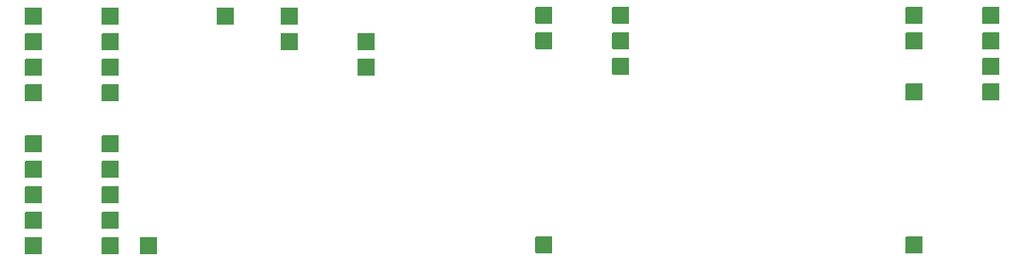
<source format=gbs>
G04 #@! TF.GenerationSoftware,KiCad,Pcbnew,(5.1.2-1)-1*
G04 #@! TF.CreationDate,2019-06-02T15:15:07+01:00*
G04 #@! TF.ProjectId,DRAM Board,4452414d-2042-46f6-9172-642e6b696361,rev?*
G04 #@! TF.SameCoordinates,Original*
G04 #@! TF.FileFunction,Soldermask,Bot*
G04 #@! TF.FilePolarity,Negative*
%FSLAX46Y46*%
G04 Gerber Fmt 4.6, Leading zero omitted, Abs format (unit mm)*
G04 Created by KiCad (PCBNEW (5.1.2-1)-1) date 2019-06-02 15:15:07*
%MOMM*%
%LPD*%
G04 APERTURE LIST*
%ADD10C,0.100000*%
G04 APERTURE END LIST*
D10*
G36*
X151377099Y-96497379D02*
G01*
X151399306Y-96504116D01*
X151419778Y-96515058D01*
X151437718Y-96529782D01*
X151452442Y-96547722D01*
X151463384Y-96568194D01*
X151470121Y-96590401D01*
X151473000Y-96619638D01*
X151473000Y-98071362D01*
X151470121Y-98100599D01*
X151463384Y-98122806D01*
X151452442Y-98143278D01*
X151437718Y-98161218D01*
X151419778Y-98175942D01*
X151399306Y-98186884D01*
X151377099Y-98193621D01*
X151347862Y-98196500D01*
X149896138Y-98196500D01*
X149866901Y-98193621D01*
X149844694Y-98186884D01*
X149824222Y-98175942D01*
X149806282Y-98161218D01*
X149791558Y-98143278D01*
X149780616Y-98122806D01*
X149773879Y-98100599D01*
X149771000Y-98071362D01*
X149771000Y-96619638D01*
X149773879Y-96590401D01*
X149780616Y-96568194D01*
X149791558Y-96547722D01*
X149806282Y-96529782D01*
X149824222Y-96515058D01*
X149844694Y-96504116D01*
X149866901Y-96497379D01*
X149896138Y-96494500D01*
X151347862Y-96494500D01*
X151377099Y-96497379D01*
X151377099Y-96497379D01*
G37*
G36*
X143757099Y-96484679D02*
G01*
X143779306Y-96491416D01*
X143799778Y-96502358D01*
X143817718Y-96517082D01*
X143832442Y-96535022D01*
X143843384Y-96555494D01*
X143850121Y-96577701D01*
X143853000Y-96606938D01*
X143853000Y-98058662D01*
X143850121Y-98087899D01*
X143843384Y-98110106D01*
X143832442Y-98130578D01*
X143817718Y-98148518D01*
X143799778Y-98163242D01*
X143779306Y-98174184D01*
X143757099Y-98180921D01*
X143727862Y-98183800D01*
X142276138Y-98183800D01*
X142246901Y-98180921D01*
X142224694Y-98174184D01*
X142204222Y-98163242D01*
X142186282Y-98148518D01*
X142171558Y-98130578D01*
X142160616Y-98110106D01*
X142153879Y-98087899D01*
X142151000Y-98058662D01*
X142151000Y-96606938D01*
X142153879Y-96577701D01*
X142160616Y-96555494D01*
X142171558Y-96535022D01*
X142186282Y-96517082D01*
X142204222Y-96502358D01*
X142224694Y-96491416D01*
X142246901Y-96484679D01*
X142276138Y-96481800D01*
X143727862Y-96481800D01*
X143757099Y-96484679D01*
X143757099Y-96484679D01*
G37*
G36*
X155187099Y-96484679D02*
G01*
X155209306Y-96491416D01*
X155229778Y-96502358D01*
X155247718Y-96517082D01*
X155262442Y-96535022D01*
X155273384Y-96555494D01*
X155280121Y-96577701D01*
X155283000Y-96606938D01*
X155283000Y-98058662D01*
X155280121Y-98087899D01*
X155273384Y-98110106D01*
X155262442Y-98130578D01*
X155247718Y-98148518D01*
X155229778Y-98163242D01*
X155209306Y-98174184D01*
X155187099Y-98180921D01*
X155157862Y-98183800D01*
X153706138Y-98183800D01*
X153676901Y-98180921D01*
X153654694Y-98174184D01*
X153634222Y-98163242D01*
X153616282Y-98148518D01*
X153601558Y-98130578D01*
X153590616Y-98110106D01*
X153583879Y-98087899D01*
X153581000Y-98058662D01*
X153581000Y-96606938D01*
X153583879Y-96577701D01*
X153590616Y-96555494D01*
X153601558Y-96535022D01*
X153616282Y-96517082D01*
X153634222Y-96502358D01*
X153654694Y-96491416D01*
X153676901Y-96484679D01*
X153706138Y-96481800D01*
X155157862Y-96481800D01*
X155187099Y-96484679D01*
X155187099Y-96484679D01*
G37*
G36*
X231133099Y-96433879D02*
G01*
X231155306Y-96440616D01*
X231175778Y-96451558D01*
X231193718Y-96466282D01*
X231208442Y-96484222D01*
X231219384Y-96504694D01*
X231226121Y-96526901D01*
X231229000Y-96556138D01*
X231229000Y-98007862D01*
X231226121Y-98037099D01*
X231219384Y-98059306D01*
X231208442Y-98079778D01*
X231193718Y-98097718D01*
X231175778Y-98112442D01*
X231155306Y-98123384D01*
X231133099Y-98130121D01*
X231103862Y-98133000D01*
X229652138Y-98133000D01*
X229622901Y-98130121D01*
X229600694Y-98123384D01*
X229580222Y-98112442D01*
X229562282Y-98097718D01*
X229547558Y-98079778D01*
X229536616Y-98059306D01*
X229529879Y-98037099D01*
X229527000Y-98007862D01*
X229527000Y-96556138D01*
X229529879Y-96526901D01*
X229536616Y-96504694D01*
X229547558Y-96484222D01*
X229562282Y-96466282D01*
X229580222Y-96451558D01*
X229600694Y-96440616D01*
X229622901Y-96433879D01*
X229652138Y-96431000D01*
X231103862Y-96431000D01*
X231133099Y-96433879D01*
X231133099Y-96433879D01*
G37*
G36*
X194405099Y-96408479D02*
G01*
X194427306Y-96415216D01*
X194447778Y-96426158D01*
X194465718Y-96440882D01*
X194480442Y-96458822D01*
X194491384Y-96479294D01*
X194498121Y-96501501D01*
X194501000Y-96530738D01*
X194501000Y-97982462D01*
X194498121Y-98011699D01*
X194491384Y-98033906D01*
X194480442Y-98054378D01*
X194465718Y-98072318D01*
X194447778Y-98087042D01*
X194427306Y-98097984D01*
X194405099Y-98104721D01*
X194375862Y-98107600D01*
X192924138Y-98107600D01*
X192894901Y-98104721D01*
X192872694Y-98097984D01*
X192852222Y-98087042D01*
X192834282Y-98072318D01*
X192819558Y-98054378D01*
X192808616Y-98033906D01*
X192801879Y-98011699D01*
X192799000Y-97982462D01*
X192799000Y-96530738D01*
X192801879Y-96501501D01*
X192808616Y-96479294D01*
X192819558Y-96458822D01*
X192834282Y-96440882D01*
X192852222Y-96426158D01*
X192872694Y-96415216D01*
X192894901Y-96408479D01*
X192924138Y-96405600D01*
X194375862Y-96405600D01*
X194405099Y-96408479D01*
X194405099Y-96408479D01*
G37*
G36*
X143757099Y-93957379D02*
G01*
X143779306Y-93964116D01*
X143799778Y-93975058D01*
X143817718Y-93989782D01*
X143832442Y-94007722D01*
X143843384Y-94028194D01*
X143850121Y-94050401D01*
X143853000Y-94079638D01*
X143853000Y-95531362D01*
X143850121Y-95560599D01*
X143843384Y-95582806D01*
X143832442Y-95603278D01*
X143817718Y-95621218D01*
X143799778Y-95635942D01*
X143779306Y-95646884D01*
X143757099Y-95653621D01*
X143727862Y-95656500D01*
X142276138Y-95656500D01*
X142246901Y-95653621D01*
X142224694Y-95646884D01*
X142204222Y-95635942D01*
X142186282Y-95621218D01*
X142171558Y-95603278D01*
X142160616Y-95582806D01*
X142153879Y-95560599D01*
X142151000Y-95531362D01*
X142151000Y-94079638D01*
X142153879Y-94050401D01*
X142160616Y-94028194D01*
X142171558Y-94007722D01*
X142186282Y-93989782D01*
X142204222Y-93975058D01*
X142224694Y-93964116D01*
X142246901Y-93957379D01*
X142276138Y-93954500D01*
X143727862Y-93954500D01*
X143757099Y-93957379D01*
X143757099Y-93957379D01*
G37*
G36*
X151377099Y-93957379D02*
G01*
X151399306Y-93964116D01*
X151419778Y-93975058D01*
X151437718Y-93989782D01*
X151452442Y-94007722D01*
X151463384Y-94028194D01*
X151470121Y-94050401D01*
X151473000Y-94079638D01*
X151473000Y-95531362D01*
X151470121Y-95560599D01*
X151463384Y-95582806D01*
X151452442Y-95603278D01*
X151437718Y-95621218D01*
X151419778Y-95635942D01*
X151399306Y-95646884D01*
X151377099Y-95653621D01*
X151347862Y-95656500D01*
X149896138Y-95656500D01*
X149866901Y-95653621D01*
X149844694Y-95646884D01*
X149824222Y-95635942D01*
X149806282Y-95621218D01*
X149791558Y-95603278D01*
X149780616Y-95582806D01*
X149773879Y-95560599D01*
X149771000Y-95531362D01*
X149771000Y-94079638D01*
X149773879Y-94050401D01*
X149780616Y-94028194D01*
X149791558Y-94007722D01*
X149806282Y-93989782D01*
X149824222Y-93975058D01*
X149844694Y-93964116D01*
X149866901Y-93957379D01*
X149896138Y-93954500D01*
X151347862Y-93954500D01*
X151377099Y-93957379D01*
X151377099Y-93957379D01*
G37*
G36*
X151377099Y-91417379D02*
G01*
X151399306Y-91424116D01*
X151419778Y-91435058D01*
X151437718Y-91449782D01*
X151452442Y-91467722D01*
X151463384Y-91488194D01*
X151470121Y-91510401D01*
X151473000Y-91539638D01*
X151473000Y-92991362D01*
X151470121Y-93020599D01*
X151463384Y-93042806D01*
X151452442Y-93063278D01*
X151437718Y-93081218D01*
X151419778Y-93095942D01*
X151399306Y-93106884D01*
X151377099Y-93113621D01*
X151347862Y-93116500D01*
X149896138Y-93116500D01*
X149866901Y-93113621D01*
X149844694Y-93106884D01*
X149824222Y-93095942D01*
X149806282Y-93081218D01*
X149791558Y-93063278D01*
X149780616Y-93042806D01*
X149773879Y-93020599D01*
X149771000Y-92991362D01*
X149771000Y-91539638D01*
X149773879Y-91510401D01*
X149780616Y-91488194D01*
X149791558Y-91467722D01*
X149806282Y-91449782D01*
X149824222Y-91435058D01*
X149844694Y-91424116D01*
X149866901Y-91417379D01*
X149896138Y-91414500D01*
X151347862Y-91414500D01*
X151377099Y-91417379D01*
X151377099Y-91417379D01*
G37*
G36*
X143757099Y-91417379D02*
G01*
X143779306Y-91424116D01*
X143799778Y-91435058D01*
X143817718Y-91449782D01*
X143832442Y-91467722D01*
X143843384Y-91488194D01*
X143850121Y-91510401D01*
X143853000Y-91539638D01*
X143853000Y-92991362D01*
X143850121Y-93020599D01*
X143843384Y-93042806D01*
X143832442Y-93063278D01*
X143817718Y-93081218D01*
X143799778Y-93095942D01*
X143779306Y-93106884D01*
X143757099Y-93113621D01*
X143727862Y-93116500D01*
X142276138Y-93116500D01*
X142246901Y-93113621D01*
X142224694Y-93106884D01*
X142204222Y-93095942D01*
X142186282Y-93081218D01*
X142171558Y-93063278D01*
X142160616Y-93042806D01*
X142153879Y-93020599D01*
X142151000Y-92991362D01*
X142151000Y-91539638D01*
X142153879Y-91510401D01*
X142160616Y-91488194D01*
X142171558Y-91467722D01*
X142186282Y-91449782D01*
X142204222Y-91435058D01*
X142224694Y-91424116D01*
X142246901Y-91417379D01*
X142276138Y-91414500D01*
X143727862Y-91414500D01*
X143757099Y-91417379D01*
X143757099Y-91417379D01*
G37*
G36*
X151377099Y-88877379D02*
G01*
X151399306Y-88884116D01*
X151419778Y-88895058D01*
X151437718Y-88909782D01*
X151452442Y-88927722D01*
X151463384Y-88948194D01*
X151470121Y-88970401D01*
X151473000Y-88999638D01*
X151473000Y-90451362D01*
X151470121Y-90480599D01*
X151463384Y-90502806D01*
X151452442Y-90523278D01*
X151437718Y-90541218D01*
X151419778Y-90555942D01*
X151399306Y-90566884D01*
X151377099Y-90573621D01*
X151347862Y-90576500D01*
X149896138Y-90576500D01*
X149866901Y-90573621D01*
X149844694Y-90566884D01*
X149824222Y-90555942D01*
X149806282Y-90541218D01*
X149791558Y-90523278D01*
X149780616Y-90502806D01*
X149773879Y-90480599D01*
X149771000Y-90451362D01*
X149771000Y-88999638D01*
X149773879Y-88970401D01*
X149780616Y-88948194D01*
X149791558Y-88927722D01*
X149806282Y-88909782D01*
X149824222Y-88895058D01*
X149844694Y-88884116D01*
X149866901Y-88877379D01*
X149896138Y-88874500D01*
X151347862Y-88874500D01*
X151377099Y-88877379D01*
X151377099Y-88877379D01*
G37*
G36*
X143757099Y-88877379D02*
G01*
X143779306Y-88884116D01*
X143799778Y-88895058D01*
X143817718Y-88909782D01*
X143832442Y-88927722D01*
X143843384Y-88948194D01*
X143850121Y-88970401D01*
X143853000Y-88999638D01*
X143853000Y-90451362D01*
X143850121Y-90480599D01*
X143843384Y-90502806D01*
X143832442Y-90523278D01*
X143817718Y-90541218D01*
X143799778Y-90555942D01*
X143779306Y-90566884D01*
X143757099Y-90573621D01*
X143727862Y-90576500D01*
X142276138Y-90576500D01*
X142246901Y-90573621D01*
X142224694Y-90566884D01*
X142204222Y-90555942D01*
X142186282Y-90541218D01*
X142171558Y-90523278D01*
X142160616Y-90502806D01*
X142153879Y-90480599D01*
X142151000Y-90451362D01*
X142151000Y-88999638D01*
X142153879Y-88970401D01*
X142160616Y-88948194D01*
X142171558Y-88927722D01*
X142186282Y-88909782D01*
X142204222Y-88895058D01*
X142224694Y-88884116D01*
X142246901Y-88877379D01*
X142276138Y-88874500D01*
X143727862Y-88874500D01*
X143757099Y-88877379D01*
X143757099Y-88877379D01*
G37*
G36*
X151377099Y-86337379D02*
G01*
X151399306Y-86344116D01*
X151419778Y-86355058D01*
X151437718Y-86369782D01*
X151452442Y-86387722D01*
X151463384Y-86408194D01*
X151470121Y-86430401D01*
X151473000Y-86459638D01*
X151473000Y-87911362D01*
X151470121Y-87940599D01*
X151463384Y-87962806D01*
X151452442Y-87983278D01*
X151437718Y-88001218D01*
X151419778Y-88015942D01*
X151399306Y-88026884D01*
X151377099Y-88033621D01*
X151347862Y-88036500D01*
X149896138Y-88036500D01*
X149866901Y-88033621D01*
X149844694Y-88026884D01*
X149824222Y-88015942D01*
X149806282Y-88001218D01*
X149791558Y-87983278D01*
X149780616Y-87962806D01*
X149773879Y-87940599D01*
X149771000Y-87911362D01*
X149771000Y-86459638D01*
X149773879Y-86430401D01*
X149780616Y-86408194D01*
X149791558Y-86387722D01*
X149806282Y-86369782D01*
X149824222Y-86355058D01*
X149844694Y-86344116D01*
X149866901Y-86337379D01*
X149896138Y-86334500D01*
X151347862Y-86334500D01*
X151377099Y-86337379D01*
X151377099Y-86337379D01*
G37*
G36*
X143757099Y-86337379D02*
G01*
X143779306Y-86344116D01*
X143799778Y-86355058D01*
X143817718Y-86369782D01*
X143832442Y-86387722D01*
X143843384Y-86408194D01*
X143850121Y-86430401D01*
X143853000Y-86459638D01*
X143853000Y-87911362D01*
X143850121Y-87940599D01*
X143843384Y-87962806D01*
X143832442Y-87983278D01*
X143817718Y-88001218D01*
X143799778Y-88015942D01*
X143779306Y-88026884D01*
X143757099Y-88033621D01*
X143727862Y-88036500D01*
X142276138Y-88036500D01*
X142246901Y-88033621D01*
X142224694Y-88026884D01*
X142204222Y-88015942D01*
X142186282Y-88001218D01*
X142171558Y-87983278D01*
X142160616Y-87962806D01*
X142153879Y-87940599D01*
X142151000Y-87911362D01*
X142151000Y-86459638D01*
X142153879Y-86430401D01*
X142160616Y-86408194D01*
X142171558Y-86387722D01*
X142186282Y-86369782D01*
X142204222Y-86355058D01*
X142224694Y-86344116D01*
X142246901Y-86337379D01*
X142276138Y-86334500D01*
X143727862Y-86334500D01*
X143757099Y-86337379D01*
X143757099Y-86337379D01*
G37*
G36*
X151377099Y-81257379D02*
G01*
X151399306Y-81264116D01*
X151419778Y-81275058D01*
X151437718Y-81289782D01*
X151452442Y-81307722D01*
X151463384Y-81328194D01*
X151470121Y-81350401D01*
X151473000Y-81379638D01*
X151473000Y-82831362D01*
X151470121Y-82860599D01*
X151463384Y-82882806D01*
X151452442Y-82903278D01*
X151437718Y-82921218D01*
X151419778Y-82935942D01*
X151399306Y-82946884D01*
X151377099Y-82953621D01*
X151347862Y-82956500D01*
X149896138Y-82956500D01*
X149866901Y-82953621D01*
X149844694Y-82946884D01*
X149824222Y-82935942D01*
X149806282Y-82921218D01*
X149791558Y-82903278D01*
X149780616Y-82882806D01*
X149773879Y-82860599D01*
X149771000Y-82831362D01*
X149771000Y-81379638D01*
X149773879Y-81350401D01*
X149780616Y-81328194D01*
X149791558Y-81307722D01*
X149806282Y-81289782D01*
X149824222Y-81275058D01*
X149844694Y-81264116D01*
X149866901Y-81257379D01*
X149896138Y-81254500D01*
X151347862Y-81254500D01*
X151377099Y-81257379D01*
X151377099Y-81257379D01*
G37*
G36*
X143757099Y-81257379D02*
G01*
X143779306Y-81264116D01*
X143799778Y-81275058D01*
X143817718Y-81289782D01*
X143832442Y-81307722D01*
X143843384Y-81328194D01*
X143850121Y-81350401D01*
X143853000Y-81379638D01*
X143853000Y-82831362D01*
X143850121Y-82860599D01*
X143843384Y-82882806D01*
X143832442Y-82903278D01*
X143817718Y-82921218D01*
X143799778Y-82935942D01*
X143779306Y-82946884D01*
X143757099Y-82953621D01*
X143727862Y-82956500D01*
X142276138Y-82956500D01*
X142246901Y-82953621D01*
X142224694Y-82946884D01*
X142204222Y-82935942D01*
X142186282Y-82921218D01*
X142171558Y-82903278D01*
X142160616Y-82882806D01*
X142153879Y-82860599D01*
X142151000Y-82831362D01*
X142151000Y-81379638D01*
X142153879Y-81350401D01*
X142160616Y-81328194D01*
X142171558Y-81307722D01*
X142186282Y-81289782D01*
X142204222Y-81275058D01*
X142224694Y-81264116D01*
X142246901Y-81257379D01*
X142276138Y-81254500D01*
X143727862Y-81254500D01*
X143757099Y-81257379D01*
X143757099Y-81257379D01*
G37*
G36*
X238753099Y-81193879D02*
G01*
X238775306Y-81200616D01*
X238795778Y-81211558D01*
X238813718Y-81226282D01*
X238828442Y-81244222D01*
X238839384Y-81264694D01*
X238846121Y-81286901D01*
X238849000Y-81316138D01*
X238849000Y-82767862D01*
X238846121Y-82797099D01*
X238839384Y-82819306D01*
X238828442Y-82839778D01*
X238813718Y-82857718D01*
X238795778Y-82872442D01*
X238775306Y-82883384D01*
X238753099Y-82890121D01*
X238723862Y-82893000D01*
X237272138Y-82893000D01*
X237242901Y-82890121D01*
X237220694Y-82883384D01*
X237200222Y-82872442D01*
X237182282Y-82857718D01*
X237167558Y-82839778D01*
X237156616Y-82819306D01*
X237149879Y-82797099D01*
X237147000Y-82767862D01*
X237147000Y-81316138D01*
X237149879Y-81286901D01*
X237156616Y-81264694D01*
X237167558Y-81244222D01*
X237182282Y-81226282D01*
X237200222Y-81211558D01*
X237220694Y-81200616D01*
X237242901Y-81193879D01*
X237272138Y-81191000D01*
X238723862Y-81191000D01*
X238753099Y-81193879D01*
X238753099Y-81193879D01*
G37*
G36*
X231133099Y-81193879D02*
G01*
X231155306Y-81200616D01*
X231175778Y-81211558D01*
X231193718Y-81226282D01*
X231208442Y-81244222D01*
X231219384Y-81264694D01*
X231226121Y-81286901D01*
X231229000Y-81316138D01*
X231229000Y-82767862D01*
X231226121Y-82797099D01*
X231219384Y-82819306D01*
X231208442Y-82839778D01*
X231193718Y-82857718D01*
X231175778Y-82872442D01*
X231155306Y-82883384D01*
X231133099Y-82890121D01*
X231103862Y-82893000D01*
X229652138Y-82893000D01*
X229622901Y-82890121D01*
X229600694Y-82883384D01*
X229580222Y-82872442D01*
X229562282Y-82857718D01*
X229547558Y-82839778D01*
X229536616Y-82819306D01*
X229529879Y-82797099D01*
X229527000Y-82767862D01*
X229527000Y-81316138D01*
X229529879Y-81286901D01*
X229536616Y-81264694D01*
X229547558Y-81244222D01*
X229562282Y-81226282D01*
X229580222Y-81211558D01*
X229600694Y-81200616D01*
X229622901Y-81193879D01*
X229652138Y-81191000D01*
X231103862Y-81191000D01*
X231133099Y-81193879D01*
X231133099Y-81193879D01*
G37*
G36*
X151377099Y-78717379D02*
G01*
X151399306Y-78724116D01*
X151419778Y-78735058D01*
X151437718Y-78749782D01*
X151452442Y-78767722D01*
X151463384Y-78788194D01*
X151470121Y-78810401D01*
X151473000Y-78839638D01*
X151473000Y-80291362D01*
X151470121Y-80320599D01*
X151463384Y-80342806D01*
X151452442Y-80363278D01*
X151437718Y-80381218D01*
X151419778Y-80395942D01*
X151399306Y-80406884D01*
X151377099Y-80413621D01*
X151347862Y-80416500D01*
X149896138Y-80416500D01*
X149866901Y-80413621D01*
X149844694Y-80406884D01*
X149824222Y-80395942D01*
X149806282Y-80381218D01*
X149791558Y-80363278D01*
X149780616Y-80342806D01*
X149773879Y-80320599D01*
X149771000Y-80291362D01*
X149771000Y-78839638D01*
X149773879Y-78810401D01*
X149780616Y-78788194D01*
X149791558Y-78767722D01*
X149806282Y-78749782D01*
X149824222Y-78735058D01*
X149844694Y-78724116D01*
X149866901Y-78717379D01*
X149896138Y-78714500D01*
X151347862Y-78714500D01*
X151377099Y-78717379D01*
X151377099Y-78717379D01*
G37*
G36*
X143757099Y-78717379D02*
G01*
X143779306Y-78724116D01*
X143799778Y-78735058D01*
X143817718Y-78749782D01*
X143832442Y-78767722D01*
X143843384Y-78788194D01*
X143850121Y-78810401D01*
X143853000Y-78839638D01*
X143853000Y-80291362D01*
X143850121Y-80320599D01*
X143843384Y-80342806D01*
X143832442Y-80363278D01*
X143817718Y-80381218D01*
X143799778Y-80395942D01*
X143779306Y-80406884D01*
X143757099Y-80413621D01*
X143727862Y-80416500D01*
X142276138Y-80416500D01*
X142246901Y-80413621D01*
X142224694Y-80406884D01*
X142204222Y-80395942D01*
X142186282Y-80381218D01*
X142171558Y-80363278D01*
X142160616Y-80342806D01*
X142153879Y-80320599D01*
X142151000Y-80291362D01*
X142151000Y-78839638D01*
X142153879Y-78810401D01*
X142160616Y-78788194D01*
X142171558Y-78767722D01*
X142186282Y-78749782D01*
X142204222Y-78735058D01*
X142224694Y-78724116D01*
X142246901Y-78717379D01*
X142276138Y-78714500D01*
X143727862Y-78714500D01*
X143757099Y-78717379D01*
X143757099Y-78717379D01*
G37*
G36*
X176777099Y-78704679D02*
G01*
X176799306Y-78711416D01*
X176819778Y-78722358D01*
X176837718Y-78737082D01*
X176852442Y-78755022D01*
X176863384Y-78775494D01*
X176870121Y-78797701D01*
X176873000Y-78826938D01*
X176873000Y-80278662D01*
X176870121Y-80307899D01*
X176863384Y-80330106D01*
X176852442Y-80350578D01*
X176837718Y-80368518D01*
X176819778Y-80383242D01*
X176799306Y-80394184D01*
X176777099Y-80400921D01*
X176747862Y-80403800D01*
X175296138Y-80403800D01*
X175266901Y-80400921D01*
X175244694Y-80394184D01*
X175224222Y-80383242D01*
X175206282Y-80368518D01*
X175191558Y-80350578D01*
X175180616Y-80330106D01*
X175173879Y-80307899D01*
X175171000Y-80278662D01*
X175171000Y-78826938D01*
X175173879Y-78797701D01*
X175180616Y-78775494D01*
X175191558Y-78755022D01*
X175206282Y-78737082D01*
X175224222Y-78722358D01*
X175244694Y-78711416D01*
X175266901Y-78704679D01*
X175296138Y-78701800D01*
X176747862Y-78701800D01*
X176777099Y-78704679D01*
X176777099Y-78704679D01*
G37*
G36*
X238753099Y-78653879D02*
G01*
X238775306Y-78660616D01*
X238795778Y-78671558D01*
X238813718Y-78686282D01*
X238828442Y-78704222D01*
X238839384Y-78724694D01*
X238846121Y-78746901D01*
X238849000Y-78776138D01*
X238849000Y-80227862D01*
X238846121Y-80257099D01*
X238839384Y-80279306D01*
X238828442Y-80299778D01*
X238813718Y-80317718D01*
X238795778Y-80332442D01*
X238775306Y-80343384D01*
X238753099Y-80350121D01*
X238723862Y-80353000D01*
X237272138Y-80353000D01*
X237242901Y-80350121D01*
X237220694Y-80343384D01*
X237200222Y-80332442D01*
X237182282Y-80317718D01*
X237167558Y-80299778D01*
X237156616Y-80279306D01*
X237149879Y-80257099D01*
X237147000Y-80227862D01*
X237147000Y-78776138D01*
X237149879Y-78746901D01*
X237156616Y-78724694D01*
X237167558Y-78704222D01*
X237182282Y-78686282D01*
X237200222Y-78671558D01*
X237220694Y-78660616D01*
X237242901Y-78653879D01*
X237272138Y-78651000D01*
X238723862Y-78651000D01*
X238753099Y-78653879D01*
X238753099Y-78653879D01*
G37*
G36*
X202025099Y-78628479D02*
G01*
X202047306Y-78635216D01*
X202067778Y-78646158D01*
X202085718Y-78660882D01*
X202100442Y-78678822D01*
X202111384Y-78699294D01*
X202118121Y-78721501D01*
X202121000Y-78750738D01*
X202121000Y-80202462D01*
X202118121Y-80231699D01*
X202111384Y-80253906D01*
X202100442Y-80274378D01*
X202085718Y-80292318D01*
X202067778Y-80307042D01*
X202047306Y-80317984D01*
X202025099Y-80324721D01*
X201995862Y-80327600D01*
X200544138Y-80327600D01*
X200514901Y-80324721D01*
X200492694Y-80317984D01*
X200472222Y-80307042D01*
X200454282Y-80292318D01*
X200439558Y-80274378D01*
X200428616Y-80253906D01*
X200421879Y-80231699D01*
X200419000Y-80202462D01*
X200419000Y-78750738D01*
X200421879Y-78721501D01*
X200428616Y-78699294D01*
X200439558Y-78678822D01*
X200454282Y-78660882D01*
X200472222Y-78646158D01*
X200492694Y-78635216D01*
X200514901Y-78628479D01*
X200544138Y-78625600D01*
X201995862Y-78625600D01*
X202025099Y-78628479D01*
X202025099Y-78628479D01*
G37*
G36*
X151377099Y-76177379D02*
G01*
X151399306Y-76184116D01*
X151419778Y-76195058D01*
X151437718Y-76209782D01*
X151452442Y-76227722D01*
X151463384Y-76248194D01*
X151470121Y-76270401D01*
X151473000Y-76299638D01*
X151473000Y-77751362D01*
X151470121Y-77780599D01*
X151463384Y-77802806D01*
X151452442Y-77823278D01*
X151437718Y-77841218D01*
X151419778Y-77855942D01*
X151399306Y-77866884D01*
X151377099Y-77873621D01*
X151347862Y-77876500D01*
X149896138Y-77876500D01*
X149866901Y-77873621D01*
X149844694Y-77866884D01*
X149824222Y-77855942D01*
X149806282Y-77841218D01*
X149791558Y-77823278D01*
X149780616Y-77802806D01*
X149773879Y-77780599D01*
X149771000Y-77751362D01*
X149771000Y-76299638D01*
X149773879Y-76270401D01*
X149780616Y-76248194D01*
X149791558Y-76227722D01*
X149806282Y-76209782D01*
X149824222Y-76195058D01*
X149844694Y-76184116D01*
X149866901Y-76177379D01*
X149896138Y-76174500D01*
X151347862Y-76174500D01*
X151377099Y-76177379D01*
X151377099Y-76177379D01*
G37*
G36*
X143757099Y-76177379D02*
G01*
X143779306Y-76184116D01*
X143799778Y-76195058D01*
X143817718Y-76209782D01*
X143832442Y-76227722D01*
X143843384Y-76248194D01*
X143850121Y-76270401D01*
X143853000Y-76299638D01*
X143853000Y-77751362D01*
X143850121Y-77780599D01*
X143843384Y-77802806D01*
X143832442Y-77823278D01*
X143817718Y-77841218D01*
X143799778Y-77855942D01*
X143779306Y-77866884D01*
X143757099Y-77873621D01*
X143727862Y-77876500D01*
X142276138Y-77876500D01*
X142246901Y-77873621D01*
X142224694Y-77866884D01*
X142204222Y-77855942D01*
X142186282Y-77841218D01*
X142171558Y-77823278D01*
X142160616Y-77802806D01*
X142153879Y-77780599D01*
X142151000Y-77751362D01*
X142151000Y-76299638D01*
X142153879Y-76270401D01*
X142160616Y-76248194D01*
X142171558Y-76227722D01*
X142186282Y-76209782D01*
X142204222Y-76195058D01*
X142224694Y-76184116D01*
X142246901Y-76177379D01*
X142276138Y-76174500D01*
X143727862Y-76174500D01*
X143757099Y-76177379D01*
X143757099Y-76177379D01*
G37*
G36*
X176777099Y-76164679D02*
G01*
X176799306Y-76171416D01*
X176819778Y-76182358D01*
X176837718Y-76197082D01*
X176852442Y-76215022D01*
X176863384Y-76235494D01*
X176870121Y-76257701D01*
X176873000Y-76286938D01*
X176873000Y-77738662D01*
X176870121Y-77767899D01*
X176863384Y-77790106D01*
X176852442Y-77810578D01*
X176837718Y-77828518D01*
X176819778Y-77843242D01*
X176799306Y-77854184D01*
X176777099Y-77860921D01*
X176747862Y-77863800D01*
X175296138Y-77863800D01*
X175266901Y-77860921D01*
X175244694Y-77854184D01*
X175224222Y-77843242D01*
X175206282Y-77828518D01*
X175191558Y-77810578D01*
X175180616Y-77790106D01*
X175173879Y-77767899D01*
X175171000Y-77738662D01*
X175171000Y-76286938D01*
X175173879Y-76257701D01*
X175180616Y-76235494D01*
X175191558Y-76215022D01*
X175206282Y-76197082D01*
X175224222Y-76182358D01*
X175244694Y-76171416D01*
X175266901Y-76164679D01*
X175296138Y-76161800D01*
X176747862Y-76161800D01*
X176777099Y-76164679D01*
X176777099Y-76164679D01*
G37*
G36*
X169157099Y-76164679D02*
G01*
X169179306Y-76171416D01*
X169199778Y-76182358D01*
X169217718Y-76197082D01*
X169232442Y-76215022D01*
X169243384Y-76235494D01*
X169250121Y-76257701D01*
X169253000Y-76286938D01*
X169253000Y-77738662D01*
X169250121Y-77767899D01*
X169243384Y-77790106D01*
X169232442Y-77810578D01*
X169217718Y-77828518D01*
X169199778Y-77843242D01*
X169179306Y-77854184D01*
X169157099Y-77860921D01*
X169127862Y-77863800D01*
X167676138Y-77863800D01*
X167646901Y-77860921D01*
X167624694Y-77854184D01*
X167604222Y-77843242D01*
X167586282Y-77828518D01*
X167571558Y-77810578D01*
X167560616Y-77790106D01*
X167553879Y-77767899D01*
X167551000Y-77738662D01*
X167551000Y-76286938D01*
X167553879Y-76257701D01*
X167560616Y-76235494D01*
X167571558Y-76215022D01*
X167586282Y-76197082D01*
X167604222Y-76182358D01*
X167624694Y-76171416D01*
X167646901Y-76164679D01*
X167676138Y-76161800D01*
X169127862Y-76161800D01*
X169157099Y-76164679D01*
X169157099Y-76164679D01*
G37*
G36*
X238753099Y-76113879D02*
G01*
X238775306Y-76120616D01*
X238795778Y-76131558D01*
X238813718Y-76146282D01*
X238828442Y-76164222D01*
X238839384Y-76184694D01*
X238846121Y-76206901D01*
X238849000Y-76236138D01*
X238849000Y-77687862D01*
X238846121Y-77717099D01*
X238839384Y-77739306D01*
X238828442Y-77759778D01*
X238813718Y-77777718D01*
X238795778Y-77792442D01*
X238775306Y-77803384D01*
X238753099Y-77810121D01*
X238723862Y-77813000D01*
X237272138Y-77813000D01*
X237242901Y-77810121D01*
X237220694Y-77803384D01*
X237200222Y-77792442D01*
X237182282Y-77777718D01*
X237167558Y-77759778D01*
X237156616Y-77739306D01*
X237149879Y-77717099D01*
X237147000Y-77687862D01*
X237147000Y-76236138D01*
X237149879Y-76206901D01*
X237156616Y-76184694D01*
X237167558Y-76164222D01*
X237182282Y-76146282D01*
X237200222Y-76131558D01*
X237220694Y-76120616D01*
X237242901Y-76113879D01*
X237272138Y-76111000D01*
X238723862Y-76111000D01*
X238753099Y-76113879D01*
X238753099Y-76113879D01*
G37*
G36*
X231133099Y-76113879D02*
G01*
X231155306Y-76120616D01*
X231175778Y-76131558D01*
X231193718Y-76146282D01*
X231208442Y-76164222D01*
X231219384Y-76184694D01*
X231226121Y-76206901D01*
X231229000Y-76236138D01*
X231229000Y-77687862D01*
X231226121Y-77717099D01*
X231219384Y-77739306D01*
X231208442Y-77759778D01*
X231193718Y-77777718D01*
X231175778Y-77792442D01*
X231155306Y-77803384D01*
X231133099Y-77810121D01*
X231103862Y-77813000D01*
X229652138Y-77813000D01*
X229622901Y-77810121D01*
X229600694Y-77803384D01*
X229580222Y-77792442D01*
X229562282Y-77777718D01*
X229547558Y-77759778D01*
X229536616Y-77739306D01*
X229529879Y-77717099D01*
X229527000Y-77687862D01*
X229527000Y-76236138D01*
X229529879Y-76206901D01*
X229536616Y-76184694D01*
X229547558Y-76164222D01*
X229562282Y-76146282D01*
X229580222Y-76131558D01*
X229600694Y-76120616D01*
X229622901Y-76113879D01*
X229652138Y-76111000D01*
X231103862Y-76111000D01*
X231133099Y-76113879D01*
X231133099Y-76113879D01*
G37*
G36*
X194405099Y-76088479D02*
G01*
X194427306Y-76095216D01*
X194447778Y-76106158D01*
X194465718Y-76120882D01*
X194480442Y-76138822D01*
X194491384Y-76159294D01*
X194498121Y-76181501D01*
X194501000Y-76210738D01*
X194501000Y-77662462D01*
X194498121Y-77691699D01*
X194491384Y-77713906D01*
X194480442Y-77734378D01*
X194465718Y-77752318D01*
X194447778Y-77767042D01*
X194427306Y-77777984D01*
X194405099Y-77784721D01*
X194375862Y-77787600D01*
X192924138Y-77787600D01*
X192894901Y-77784721D01*
X192872694Y-77777984D01*
X192852222Y-77767042D01*
X192834282Y-77752318D01*
X192819558Y-77734378D01*
X192808616Y-77713906D01*
X192801879Y-77691699D01*
X192799000Y-77662462D01*
X192799000Y-76210738D01*
X192801879Y-76181501D01*
X192808616Y-76159294D01*
X192819558Y-76138822D01*
X192834282Y-76120882D01*
X192852222Y-76106158D01*
X192872694Y-76095216D01*
X192894901Y-76088479D01*
X192924138Y-76085600D01*
X194375862Y-76085600D01*
X194405099Y-76088479D01*
X194405099Y-76088479D01*
G37*
G36*
X202025099Y-76088479D02*
G01*
X202047306Y-76095216D01*
X202067778Y-76106158D01*
X202085718Y-76120882D01*
X202100442Y-76138822D01*
X202111384Y-76159294D01*
X202118121Y-76181501D01*
X202121000Y-76210738D01*
X202121000Y-77662462D01*
X202118121Y-77691699D01*
X202111384Y-77713906D01*
X202100442Y-77734378D01*
X202085718Y-77752318D01*
X202067778Y-77767042D01*
X202047306Y-77777984D01*
X202025099Y-77784721D01*
X201995862Y-77787600D01*
X200544138Y-77787600D01*
X200514901Y-77784721D01*
X200492694Y-77777984D01*
X200472222Y-77767042D01*
X200454282Y-77752318D01*
X200439558Y-77734378D01*
X200428616Y-77713906D01*
X200421879Y-77691699D01*
X200419000Y-77662462D01*
X200419000Y-76210738D01*
X200421879Y-76181501D01*
X200428616Y-76159294D01*
X200439558Y-76138822D01*
X200454282Y-76120882D01*
X200472222Y-76106158D01*
X200492694Y-76095216D01*
X200514901Y-76088479D01*
X200544138Y-76085600D01*
X201995862Y-76085600D01*
X202025099Y-76088479D01*
X202025099Y-76088479D01*
G37*
G36*
X169157099Y-73624879D02*
G01*
X169179306Y-73631616D01*
X169199778Y-73642558D01*
X169217718Y-73657282D01*
X169232442Y-73675222D01*
X169243384Y-73695694D01*
X169250121Y-73717901D01*
X169253000Y-73747138D01*
X169253000Y-75198862D01*
X169250121Y-75228099D01*
X169243384Y-75250306D01*
X169232442Y-75270778D01*
X169217718Y-75288718D01*
X169199778Y-75303442D01*
X169179306Y-75314384D01*
X169157099Y-75321121D01*
X169127862Y-75324000D01*
X167676138Y-75324000D01*
X167646901Y-75321121D01*
X167624694Y-75314384D01*
X167604222Y-75303442D01*
X167586282Y-75288718D01*
X167571558Y-75270778D01*
X167560616Y-75250306D01*
X167553879Y-75228099D01*
X167551000Y-75198862D01*
X167551000Y-73747138D01*
X167553879Y-73717901D01*
X167560616Y-73695694D01*
X167571558Y-73675222D01*
X167586282Y-73657282D01*
X167604222Y-73642558D01*
X167624694Y-73631616D01*
X167646901Y-73624879D01*
X167676138Y-73622000D01*
X169127862Y-73622000D01*
X169157099Y-73624879D01*
X169157099Y-73624879D01*
G37*
G36*
X143757099Y-73624879D02*
G01*
X143779306Y-73631616D01*
X143799778Y-73642558D01*
X143817718Y-73657282D01*
X143832442Y-73675222D01*
X143843384Y-73695694D01*
X143850121Y-73717901D01*
X143853000Y-73747138D01*
X143853000Y-75198862D01*
X143850121Y-75228099D01*
X143843384Y-75250306D01*
X143832442Y-75270778D01*
X143817718Y-75288718D01*
X143799778Y-75303442D01*
X143779306Y-75314384D01*
X143757099Y-75321121D01*
X143727862Y-75324000D01*
X142276138Y-75324000D01*
X142246901Y-75321121D01*
X142224694Y-75314384D01*
X142204222Y-75303442D01*
X142186282Y-75288718D01*
X142171558Y-75270778D01*
X142160616Y-75250306D01*
X142153879Y-75228099D01*
X142151000Y-75198862D01*
X142151000Y-73747138D01*
X142153879Y-73717901D01*
X142160616Y-73695694D01*
X142171558Y-73675222D01*
X142186282Y-73657282D01*
X142204222Y-73642558D01*
X142224694Y-73631616D01*
X142246901Y-73624879D01*
X142276138Y-73622000D01*
X143727862Y-73622000D01*
X143757099Y-73624879D01*
X143757099Y-73624879D01*
G37*
G36*
X151377099Y-73624679D02*
G01*
X151399306Y-73631416D01*
X151419778Y-73642358D01*
X151437718Y-73657082D01*
X151452442Y-73675022D01*
X151463384Y-73695494D01*
X151470121Y-73717701D01*
X151473000Y-73746938D01*
X151473000Y-75198662D01*
X151470121Y-75227899D01*
X151463384Y-75250106D01*
X151452442Y-75270578D01*
X151437718Y-75288518D01*
X151419778Y-75303242D01*
X151399306Y-75314184D01*
X151377099Y-75320921D01*
X151347862Y-75323800D01*
X149896138Y-75323800D01*
X149866901Y-75320921D01*
X149844694Y-75314184D01*
X149824222Y-75303242D01*
X149806282Y-75288518D01*
X149791558Y-75270578D01*
X149780616Y-75250106D01*
X149773879Y-75227899D01*
X149771000Y-75198662D01*
X149771000Y-73746938D01*
X149773879Y-73717701D01*
X149780616Y-73695494D01*
X149791558Y-73675022D01*
X149806282Y-73657082D01*
X149824222Y-73642358D01*
X149844694Y-73631416D01*
X149866901Y-73624679D01*
X149896138Y-73621800D01*
X151347862Y-73621800D01*
X151377099Y-73624679D01*
X151377099Y-73624679D01*
G37*
G36*
X162807099Y-73624679D02*
G01*
X162829306Y-73631416D01*
X162849778Y-73642358D01*
X162867718Y-73657082D01*
X162882442Y-73675022D01*
X162893384Y-73695494D01*
X162900121Y-73717701D01*
X162903000Y-73746938D01*
X162903000Y-75198662D01*
X162900121Y-75227899D01*
X162893384Y-75250106D01*
X162882442Y-75270578D01*
X162867718Y-75288518D01*
X162849778Y-75303242D01*
X162829306Y-75314184D01*
X162807099Y-75320921D01*
X162777862Y-75323800D01*
X161326138Y-75323800D01*
X161296901Y-75320921D01*
X161274694Y-75314184D01*
X161254222Y-75303242D01*
X161236282Y-75288518D01*
X161221558Y-75270578D01*
X161210616Y-75250106D01*
X161203879Y-75227899D01*
X161201000Y-75198662D01*
X161201000Y-73746938D01*
X161203879Y-73717701D01*
X161210616Y-73695494D01*
X161221558Y-73675022D01*
X161236282Y-73657082D01*
X161254222Y-73642358D01*
X161274694Y-73631416D01*
X161296901Y-73624679D01*
X161326138Y-73621800D01*
X162777862Y-73621800D01*
X162807099Y-73624679D01*
X162807099Y-73624679D01*
G37*
G36*
X231133099Y-73573879D02*
G01*
X231155306Y-73580616D01*
X231175778Y-73591558D01*
X231193718Y-73606282D01*
X231208442Y-73624222D01*
X231219384Y-73644694D01*
X231226121Y-73666901D01*
X231229000Y-73696138D01*
X231229000Y-75147862D01*
X231226121Y-75177099D01*
X231219384Y-75199306D01*
X231208442Y-75219778D01*
X231193718Y-75237718D01*
X231175778Y-75252442D01*
X231155306Y-75263384D01*
X231133099Y-75270121D01*
X231103862Y-75273000D01*
X229652138Y-75273000D01*
X229622901Y-75270121D01*
X229600694Y-75263384D01*
X229580222Y-75252442D01*
X229562282Y-75237718D01*
X229547558Y-75219778D01*
X229536616Y-75199306D01*
X229529879Y-75177099D01*
X229527000Y-75147862D01*
X229527000Y-73696138D01*
X229529879Y-73666901D01*
X229536616Y-73644694D01*
X229547558Y-73624222D01*
X229562282Y-73606282D01*
X229580222Y-73591558D01*
X229600694Y-73580616D01*
X229622901Y-73573879D01*
X229652138Y-73571000D01*
X231103862Y-73571000D01*
X231133099Y-73573879D01*
X231133099Y-73573879D01*
G37*
G36*
X238753099Y-73573879D02*
G01*
X238775306Y-73580616D01*
X238795778Y-73591558D01*
X238813718Y-73606282D01*
X238828442Y-73624222D01*
X238839384Y-73644694D01*
X238846121Y-73666901D01*
X238849000Y-73696138D01*
X238849000Y-75147862D01*
X238846121Y-75177099D01*
X238839384Y-75199306D01*
X238828442Y-75219778D01*
X238813718Y-75237718D01*
X238795778Y-75252442D01*
X238775306Y-75263384D01*
X238753099Y-75270121D01*
X238723862Y-75273000D01*
X237272138Y-75273000D01*
X237242901Y-75270121D01*
X237220694Y-75263384D01*
X237200222Y-75252442D01*
X237182282Y-75237718D01*
X237167558Y-75219778D01*
X237156616Y-75199306D01*
X237149879Y-75177099D01*
X237147000Y-75147862D01*
X237147000Y-73696138D01*
X237149879Y-73666901D01*
X237156616Y-73644694D01*
X237167558Y-73624222D01*
X237182282Y-73606282D01*
X237200222Y-73591558D01*
X237220694Y-73580616D01*
X237242901Y-73573879D01*
X237272138Y-73571000D01*
X238723862Y-73571000D01*
X238753099Y-73573879D01*
X238753099Y-73573879D01*
G37*
G36*
X202025099Y-73548479D02*
G01*
X202047306Y-73555216D01*
X202067778Y-73566158D01*
X202085718Y-73580882D01*
X202100442Y-73598822D01*
X202111384Y-73619294D01*
X202118121Y-73641501D01*
X202121000Y-73670738D01*
X202121000Y-75122462D01*
X202118121Y-75151699D01*
X202111384Y-75173906D01*
X202100442Y-75194378D01*
X202085718Y-75212318D01*
X202067778Y-75227042D01*
X202047306Y-75237984D01*
X202025099Y-75244721D01*
X201995862Y-75247600D01*
X200544138Y-75247600D01*
X200514901Y-75244721D01*
X200492694Y-75237984D01*
X200472222Y-75227042D01*
X200454282Y-75212318D01*
X200439558Y-75194378D01*
X200428616Y-75173906D01*
X200421879Y-75151699D01*
X200419000Y-75122462D01*
X200419000Y-73670738D01*
X200421879Y-73641501D01*
X200428616Y-73619294D01*
X200439558Y-73598822D01*
X200454282Y-73580882D01*
X200472222Y-73566158D01*
X200492694Y-73555216D01*
X200514901Y-73548479D01*
X200544138Y-73545600D01*
X201995862Y-73545600D01*
X202025099Y-73548479D01*
X202025099Y-73548479D01*
G37*
G36*
X194405099Y-73548479D02*
G01*
X194427306Y-73555216D01*
X194447778Y-73566158D01*
X194465718Y-73580882D01*
X194480442Y-73598822D01*
X194491384Y-73619294D01*
X194498121Y-73641501D01*
X194501000Y-73670738D01*
X194501000Y-75122462D01*
X194498121Y-75151699D01*
X194491384Y-75173906D01*
X194480442Y-75194378D01*
X194465718Y-75212318D01*
X194447778Y-75227042D01*
X194427306Y-75237984D01*
X194405099Y-75244721D01*
X194375862Y-75247600D01*
X192924138Y-75247600D01*
X192894901Y-75244721D01*
X192872694Y-75237984D01*
X192852222Y-75227042D01*
X192834282Y-75212318D01*
X192819558Y-75194378D01*
X192808616Y-75173906D01*
X192801879Y-75151699D01*
X192799000Y-75122462D01*
X192799000Y-73670738D01*
X192801879Y-73641501D01*
X192808616Y-73619294D01*
X192819558Y-73598822D01*
X192834282Y-73580882D01*
X192852222Y-73566158D01*
X192872694Y-73555216D01*
X192894901Y-73548479D01*
X192924138Y-73545600D01*
X194375862Y-73545600D01*
X194405099Y-73548479D01*
X194405099Y-73548479D01*
G37*
M02*

</source>
